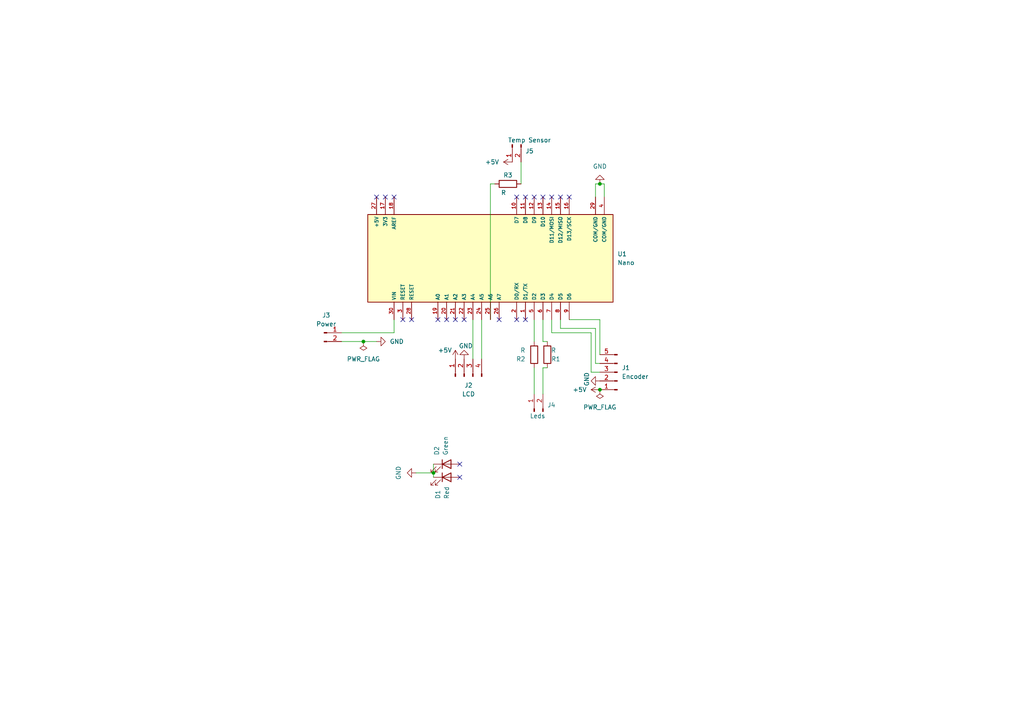
<source format=kicad_sch>
(kicad_sch (version 20211123) (generator eeschema)
  (paper "A4")
  (lib_symbols
    (symbol "Connector:Conn_01x02_Male" (pin_names (offset 1.016) hide)
      (property "Reference" "J" (at 0 2.54 0))
      (property "Value" "Conn_01x02_Male" (at 0 -5.08 0))
      (symbol "Conn_01x02_Male_1_1"
        (polyline (pts (xy 1.27 -2.54) (xy 0.8636 -2.54)) (stroke (width 0.1524)))
        (polyline (pts (xy 1.27 0) (xy 0.8636 0)) (stroke (width 0.1524)))
        (rectangle (start 0.8636 -2.413) (end 0 -2.667) (stroke (width 0.1524)) (fill (type outline)))
        (rectangle (start 0.8636 0.127) (end 0 -0.127) (stroke (width 0.1524)) (fill (type outline)))
        (pin passive line (at 5.08 0 180) (length 3.81) (name "Pin_1") (number "1"))
        (pin passive line (at 5.08 -2.54 180) (length 3.81) (name "Pin_2") (number "2"))
      )
    )
    (symbol "Connector:Conn_01x04_Male" (pin_names (offset 1.016) hide)
      (property "Reference" "J" (at 0 5.08 0))
      (property "Value" "Conn_01x04_Male" (at 0 -7.62 0))
      (symbol "Conn_01x04_Male_1_1"
        (polyline (pts (xy 1.27 -5.08) (xy 0.8636 -5.08)) (stroke (width 0.1524)))
        (polyline (pts (xy 1.27 -2.54) (xy 0.8636 -2.54)) (stroke (width 0.1524)))
        (polyline (pts (xy 1.27 0) (xy 0.8636 0)) (stroke (width 0.1524)))
        (polyline (pts (xy 1.27 2.54) (xy 0.8636 2.54)) (stroke (width 0.1524)))
        (rectangle (start 0.8636 -4.953) (end 0 -5.207) (stroke (width 0.1524)) (fill (type outline)))
        (rectangle (start 0.8636 -2.413) (end 0 -2.667) (stroke (width 0.1524)) (fill (type outline)))
        (rectangle (start 0.8636 0.127) (end 0 -0.127) (stroke (width 0.1524)) (fill (type outline)))
        (rectangle (start 0.8636 2.667) (end 0 2.413) (stroke (width 0.1524)) (fill (type outline)))
        (pin passive line (at 5.08 2.54 180) (length 3.81) (name "Pin_1") (number "1"))
        (pin passive line (at 5.08 0 180) (length 3.81) (name "Pin_2") (number "2"))
        (pin passive line (at 5.08 -2.54 180) (length 3.81) (name "Pin_3") (number "3"))
        (pin passive line (at 5.08 -5.08 180) (length 3.81) (name "Pin_4") (number "4"))
      )
    )
    (symbol "Connector:Conn_01x05_Male" (pin_names (offset 1.016) hide)
      (property "Reference" "J" (at 0 7.62 0))
      (property "Value" "Conn_01x05_Male" (at 0 -7.62 0))
      (symbol "Conn_01x05_Male_1_1"
        (polyline (pts (xy 1.27 -5.08) (xy 0.8636 -5.08)) (stroke (width 0.1524)))
        (polyline (pts (xy 1.27 -2.54) (xy 0.8636 -2.54)) (stroke (width 0.1524)))
        (polyline (pts (xy 1.27 0) (xy 0.8636 0)) (stroke (width 0.1524)))
        (polyline (pts (xy 1.27 2.54) (xy 0.8636 2.54)) (stroke (width 0.1524)))
        (polyline (pts (xy 1.27 5.08) (xy 0.8636 5.08)) (stroke (width 0.1524)))
        (rectangle (start 0.8636 -4.953) (end 0 -5.207) (stroke (width 0.1524)) (fill (type outline)))
        (rectangle (start 0.8636 -2.413) (end 0 -2.667) (stroke (width 0.1524)) (fill (type outline)))
        (rectangle (start 0.8636 0.127) (end 0 -0.127) (stroke (width 0.1524)) (fill (type outline)))
        (rectangle (start 0.8636 2.667) (end 0 2.413) (stroke (width 0.1524)) (fill (type outline)))
        (rectangle (start 0.8636 5.207) (end 0 4.953) (stroke (width 0.1524)) (fill (type outline)))
        (pin passive line (at 5.08 5.08 180) (length 3.81) (name "Pin_1") (number "1"))
        (pin passive line (at 5.08 2.54 180) (length 3.81) (name "Pin_2") (number "2"))
        (pin passive line (at 5.08 0 180) (length 3.81) (name "Pin_3") (number "3"))
        (pin passive line (at 5.08 -2.54 180) (length 3.81) (name "Pin_4") (number "4"))
        (pin passive line (at 5.08 -5.08 180) (length 3.81) (name "Pin_5") (number "5"))
      )
    )
    (symbol "Device:LED" (pin_numbers hide) (pin_names (offset 1.016) hide)
      (property "Reference" "D" (at 0 2.54 0))
      (property "Value" "LED" (at 0 -2.54 0))
      (symbol "LED_0_1"
        (polyline (pts (xy -1.27 -1.27) (xy -1.27 1.27)) (stroke (width 0.254)))
        (polyline (pts (xy -1.27 0) (xy 1.27 0)))
        (polyline (pts (xy 1.27 -1.27) (xy 1.27 1.27) (xy -1.27 0) (xy 1.27 -1.27)) (stroke (width 0.254)))
        (polyline (pts (xy -3.048 -0.762) (xy -4.572 -2.286) (xy -3.81 -2.286) (xy -4.572 -2.286) (xy -4.572 -1.524)))
        (polyline (pts (xy -1.778 -0.762) (xy -3.302 -2.286) (xy -2.54 -2.286) (xy -3.302 -2.286) (xy -3.302 -1.524)))
      )
      (symbol "LED_1_1"
        (pin passive line (at -3.81 0 0) (length 2.54) (name "K") (number "1"))
        (pin passive line (at 3.81 0 180) (length 2.54) (name "A") (number "2"))
      )
    )
    (symbol "Device:R" (pin_numbers hide) (pin_names (offset 0))
      (property "Reference" "R" (at 2.032 0 90))
      (property "Value" "R" (at 0 0 90))
      (symbol "R_0_1"
        (rectangle (start -1.016 -2.54) (end 1.016 2.54) (stroke (width 0.254)))
      )
      (symbol "R_1_1"
        (pin passive line (at 0 3.81 270) (length 1.27) (name "~") (number "1"))
        (pin passive line (at 0 -3.81 90) (length 1.27) (name "~") (number "2"))
      )
    )
    (symbol "Thomaslib:myAdruinoNano"
      (property "Reference" "U" (at 0 2.54 0))
      (property "Value" "myAdruinoNano" (at 0 5.08 0))
      (symbol "myAdruinoNano_0_0"
        (rectangle (start -12.7 -81.28) (end 12.7 -10.16) (stroke (width 0.254)) (fill (type background)))
        (pin bidirectional line (at -17.78 -55.88 0) (length 5.08) (name "D1/TX") (number "1"))
        (pin bidirectional line (at 17.78 -53.34 180) (length 5.08) (name "D7") (number "10"))
        (pin bidirectional line (at 17.78 -55.88 180) (length 5.08) (name "D8") (number "11"))
        (pin bidirectional line (at 17.78 -58.42 180) (length 5.08) (name "D9") (number "12"))
        (pin bidirectional line (at 17.78 -60.96 180) (length 5.08) (name "D10") (number "13"))
        (pin bidirectional line (at 17.78 -63.5 180) (length 5.08) (name "D11/MOSI") (number "14"))
        (pin bidirectional line (at 17.78 -66.04 180) (length 5.08) (name "D12/MISO") (number "15"))
        (pin bidirectional line (at 17.78 -68.58 180) (length 5.08) (name "D13/SCK") (number "16"))
        (pin power_in line (at 17.78 -15.24 180) (length 5.08) (name "3V3") (number "17"))
        (pin power_in line (at 17.78 -17.78 180) (length 5.08) (name "AREF") (number "18"))
        (pin input line (at -17.78 -30.48 0) (length 5.08) (name "A0") (number "19"))
        (pin bidirectional line (at -17.78 -53.34 0) (length 5.08) (name "D0/RX") (number "2"))
        (pin input line (at -17.78 -33.02 0) (length 5.08) (name "A1") (number "20"))
        (pin input line (at -17.78 -35.56 0) (length 5.08) (name "A2") (number "21"))
        (pin input line (at -17.78 -38.1 0) (length 5.08) (name "A3") (number "22"))
        (pin input line (at -17.78 -40.64 0) (length 5.08) (name "A4") (number "23"))
        (pin input line (at -17.78 -43.18 0) (length 5.08) (name "A5") (number "24"))
        (pin input line (at -17.78 -45.72 0) (length 5.08) (name "A6") (number "25"))
        (pin input line (at -17.78 -48.26 0) (length 5.08) (name "A7") (number "26"))
        (pin power_in line (at 17.78 -12.7 180) (length 5.08) (name "+5V") (number "27"))
        (pin input line (at -17.78 -22.86 0) (length 5.08) (name "RESET") (number "28"))
        (pin power_in line (at 17.78 -76.2 180) (length 5.08) (name "COM/GND") (number "29"))
        (pin input line (at -17.78 -20.32 0) (length 5.08) (name "RESET") (number "3"))
        (pin input line (at -17.78 -17.78 0) (length 5.08) (name "VIN") (number "30"))
        (pin power_in line (at 17.78 -78.74 180) (length 5.08) (name "COM/GND") (number "4"))
        (pin bidirectional line (at -17.78 -58.42 0) (length 5.08) (name "D2") (number "5"))
        (pin bidirectional line (at -17.78 -60.96 0) (length 5.08) (name "D3") (number "6"))
        (pin bidirectional line (at -17.78 -63.5 0) (length 5.08) (name "D4") (number "7"))
        (pin bidirectional line (at -17.78 -66.04 0) (length 5.08) (name "D5") (number "8"))
        (pin bidirectional line (at -17.78 -68.58 0) (length 5.08) (name "D6") (number "9"))
      )
    )
    (symbol "power:+5V" (power) (pin_names (offset 0))
      (property "Value" "+5V" (at 0 3.556 0))
      (symbol "+5V_0_1"
        (polyline (pts (xy -0.762 1.27) (xy 0 2.54)))
        (polyline (pts (xy 0 0) (xy 0 2.54)))
        (polyline (pts (xy 0 2.54) (xy 0.762 1.27)))
      )
      (symbol "+5V_1_1"
        (pin power_in line (at 0 0 90) (length 0) hide (name "+5V") (number "1"))
      )
    )
    (symbol "power:GND" (power) (pin_names (offset 0))
      (property "Value" "GND" (at 0 -3.81 0))
      (symbol "GND_0_1"
        (polyline (pts (xy 0 0) (xy 0 -1.27) (xy 1.27 -1.27) (xy 0 -2.54) (xy -1.27 -1.27) (xy 0 -1.27)))
      )
      (symbol "GND_1_1"
        (pin power_in line (at 0 0 270) (length 0) hide (name "GND") (number "1"))
      )
    )
    (symbol "power:PWR_FLAG" (power) (pin_numbers hide) (pin_names (offset 0) hide)
      (property "Value" "PWR_FLAG" (at 0 3.81 0))
      (symbol "PWR_FLAG_0_0"
        (pin power_out line (at 0 0 90) (length 0) (name "pwr") (number "1"))
      )
      (symbol "PWR_FLAG_0_1"
        (polyline (pts (xy 0 0) (xy 0 1.27) (xy -1.016 1.905) (xy 0 2.54) (xy 1.016 1.905) (xy 0 1.27)))
      )
    )
  )
  (junction (at 105.41 99.06))
  (junction (at 173.99 53.34))
  (junction (at 125.73 137.16))
  (junction (at 173.99 113.03))
  (no_connect (at 116.84 92.71))
  (no_connect (at 114.3 57.15))
  (no_connect (at 152.4 92.71))
  (no_connect (at 149.86 92.71))
  (no_connect (at 134.62 92.71))
  (no_connect (at 162.56 57.15))
  (no_connect (at 165.1 57.15))
  (no_connect (at 160.02 57.15))
  (no_connect (at 157.48 57.15))
  (no_connect (at 133.35 138.43))
  (no_connect (at 133.35 134.62))
  (no_connect (at 127 92.71))
  (no_connect (at 132.08 92.71))
  (no_connect (at 144.78 92.71))
  (no_connect (at 129.54 92.71))
  (no_connect (at 119.38 92.71))
  (no_connect (at 109.22 57.15))
  (no_connect (at 152.4 57.15))
  (no_connect (at 154.94 57.15))
  (no_connect (at 111.76 57.15))
  (no_connect (at 149.86 57.15))
  (wire (pts (xy 172.72 95.25) (xy 172.72 105.41)))
  (wire (pts (xy 125.73 137.16) (xy 125.73 134.62)))
  (wire (pts (xy 173.99 107.95) (xy 171.45 107.95)))
  (wire (pts (xy 162.56 95.25) (xy 172.72 95.25)))
  (wire (pts (xy 154.94 106.68) (xy 154.94 114.3)))
  (wire (pts (xy 173.99 53.34) (xy 175.26 53.34)))
  (wire (pts (xy 171.45 107.95) (xy 171.45 96.52)))
  (wire (pts (xy 151.13 53.34) (xy 151.13 46.99)))
  (wire (pts (xy 171.45 96.52) (xy 160.02 96.52)))
  (wire (pts (xy 120.65 137.16) (xy 125.73 137.16)))
  (wire (pts (xy 173.99 92.71) (xy 165.1 92.71)))
  (wire (pts (xy 142.24 92.71) (xy 142.24 53.34)))
  (wire (pts (xy 172.72 105.41) (xy 173.99 105.41)))
  (wire (pts (xy 114.3 96.52) (xy 114.3 92.71)))
  (wire (pts (xy 105.41 99.06) (xy 109.22 99.06)))
  (wire (pts (xy 99.06 96.52) (xy 114.3 96.52)))
  (wire (pts (xy 157.48 92.71) (xy 157.48 99.06)))
  (wire (pts (xy 173.99 53.34) (xy 172.72 53.34)))
  (wire (pts (xy 175.26 57.15) (xy 175.26 53.34)))
  (wire (pts (xy 142.24 53.34) (xy 143.51 53.34)))
  (wire (pts (xy 160.02 96.52) (xy 160.02 92.71)))
  (wire (pts (xy 99.06 99.06) (xy 105.41 99.06)))
  (wire (pts (xy 137.16 92.71) (xy 137.16 104.14)))
  (wire (pts (xy 154.94 92.71) (xy 154.94 99.06)))
  (wire (pts (xy 157.48 99.06) (xy 158.75 99.06)))
  (wire (pts (xy 125.73 138.43) (xy 125.73 137.16)))
  (wire (pts (xy 139.7 92.71) (xy 139.7 104.14)))
  (wire (pts (xy 158.75 106.68) (xy 157.48 106.68)))
  (wire (pts (xy 172.72 53.34) (xy 172.72 57.15)))
  (wire (pts (xy 157.48 106.68) (xy 157.48 114.3)))
  (wire (pts (xy 162.56 92.71) (xy 162.56 95.25)))
  (wire (pts (xy 173.99 102.87) (xy 173.99 92.71)))
  (symbol (lib_id "power:GND") (at 120.65 137.16 270) (unit 1)
    (property "Reference" "#PWR01" (effects hide))
    (property "Value" "GND" (at 115.57 137.16 0))
  )
  (symbol (lib_id "power:GND") (at 173.99 53.34 180) (unit 1)
    (property "Reference" "#PWR0102" (effects hide))
    (property "Value" "GND" (at 173.99 48.26 0))
  )
  (symbol (lib_id "Connector:Conn_01x04_Male") (at 134.62 109.22 90) (unit 1)
    (property "Reference" "J2" (at 135.89 111.76 90))
    (property "Value" "LCD" (at 135.89 114.3 90))
    (property "Footprint" "Connector_PinHeader_2.54mm:PinHeader_1x04_P2.54mm_Vertical" (effects hide))
  )
  (symbol (lib_id "Device:R") (at 147.32 53.34 90) (unit 1)
    (property "Reference" "R3" (at 147.32 50.8 90))
    (property "Value" "R" (at 146.05 55.88 90))
    (property "Footprint" "Resistor_SMD:R_0805_2012Metric_Pad1.20x1.40mm_HandSolder" (effects hide))
  )
  (symbol (lib_id "power:GND") (at 134.62 104.14 180) (unit 1)
    (property "Reference" "#PWR02" (effects hide))
    (property "Value" "GND" (at 137.16 100.33 0) (effects (justify left)))
  )
  (symbol (lib_id "Connector:Conn_01x02_Male") (at 148.59 41.91 90) (mirror x) (unit 1)
    (property "Reference" "J5" (at 152.4 43.8151 90) (effects (justify right)))
    (property "Value" "Temp Sensor" (at 147.32 40.64 90) (effects (justify right)))
    (property "Footprint" "Connector_PinHeader_2.54mm:PinHeader_1x02_P2.54mm_Vertical" (effects hide))
  )
  (symbol (lib_id "Connector:Conn_01x05_Male") (at 179.07 107.95 180) (unit 1)
    (property "Reference" "J1" (at 180.34 106.6799 0) (effects (justify right)))
    (property "Value" "Encoder" (at 180.34 109.2199 0) (effects (justify right)))
    (property "Footprint" "Connector_PinSocket_2.54mm:PinSocket_1x05_P2.54mm_Vertical" (effects hide))
  )
  (symbol (lib_id "Connector:Conn_01x02_Male") (at 93.98 96.52 0) (unit 1)
    (property "Reference" "J3" (at 94.615 91.44 0))
    (property "Value" "Power" (at 94.615 93.98 0))
    (property "Footprint" "Connector_TE-Connectivity:TE_826576-2_1x02_P3.96mm_Vertical" (effects hide))
  )
  (symbol (lib_id "Device:LED") (at 129.54 138.43 0) (unit 1) (on_board no)
    (property "Reference" "D1" (at 127 144.78 90) (effects (justify left)))
    (property "Value" "Red" (at 129.54 144.78 90) (effects (justify left)))
  )
  (symbol (lib_id "Device:LED") (at 129.54 134.62 0) (unit 1) (on_board no)
    (property "Reference" "D2" (at 126.6824 132.08 90) (effects (justify left)))
    (property "Value" "Green" (at 129.2224 132.08 90) (effects (justify left)))
  )
  (symbol (lib_id "power:GND") (at 109.22 99.06 90) (unit 1)
    (property "Reference" "#PWR04" (effects hide))
    (property "Value" "GND" (at 113.03 99.0599 90) (effects (justify right)))
  )
  (symbol (lib_id "Device:R") (at 154.94 102.87 180) (unit 1)
    (property "Reference" "R2" (at 152.4 104.1401 0) (effects (justify left)))
    (property "Value" "R" (at 152.4 101.6001 0) (effects (justify left)))
    (property "Footprint" "Resistor_SMD:R_0805_2012Metric_Pad1.20x1.40mm_HandSolder" (effects hide))
  )
  (symbol (lib_id "power:PWR_FLAG") (at 173.99 113.03 180) (unit 1)
    (property "Reference" "#FLG0103" (effects hide))
    (property "Value" "PWR_FLAG" (at 173.99 118.11 0))
  )
  (symbol (lib_id "power:+5V") (at 148.59 46.99 90) (unit 1)
    (property "Reference" "#PWR05" (effects hide))
    (property "Value" "+5V" (at 144.78 46.9899 90) (effects (justify left)))
  )
  (symbol (lib_id "Device:R") (at 158.75 102.87 180) (unit 1)
    (property "Reference" "R1" (at 162.56 104.14 0) (effects (justify left)))
    (property "Value" "R" (at 161.29 101.6 0) (effects (justify left)))
    (property "Footprint" "Resistor_SMD:R_0805_2012Metric_Pad1.20x1.40mm_HandSolder" (effects hide))
  )
  (symbol (lib_id "power:+5V") (at 132.08 104.14 0) (unit 1)
    (property "Reference" "#PWR0104" (effects hide))
    (property "Value" "+5V" (at 127 101.6 0) (effects (justify left)))
  )
  (symbol (lib_id "power:PWR_FLAG") (at 105.41 99.06 180) (unit 1)
    (property "Reference" "#FLG0102" (effects hide))
    (property "Value" "PWR_FLAG" (at 105.41 104.14 0))
  )
  (symbol (lib_id "Thomaslib:myAdruinoNano") (at 96.52 74.93 90) (unit 1)
    (property "Reference" "U1" (at 179.07 73.6599 90) (effects (justify right)))
    (property "Value" "Nano" (at 179.07 76.1999 90) (effects (justify right)))
    (property "Footprint" "Thomaslib:myArduinoNano" (effects hide))
  )
  (symbol (lib_id "power:GND") (at 173.99 110.49 270) (unit 1)
    (property "Reference" "#PWR03" (effects hide))
    (property "Value" "GND" (at 170.18 107.95 0) (effects (justify left)))
  )
  (symbol (lib_id "Connector:Conn_01x02_Male") (at 154.94 119.38 90) (unit 1)
    (property "Reference" "J4" (at 158.75 117.4749 90) (effects (justify right)))
    (property "Value" "Leds" (at 153.67 120.65 90) (effects (justify right)))
    (property "Footprint" "Connector_PinHeader_2.54mm:PinHeader_1x02_P2.54mm_Vertical" (effects hide))
  )
  (symbol (lib_id "power:+5V") (at 173.99 113.03 90) (unit 1)
    (property "Reference" "#PWR0103" (effects hide))
    (property "Value" "+5V" (at 170.18 113.0299 90) (effects (justify left)))
  )
)
</source>
